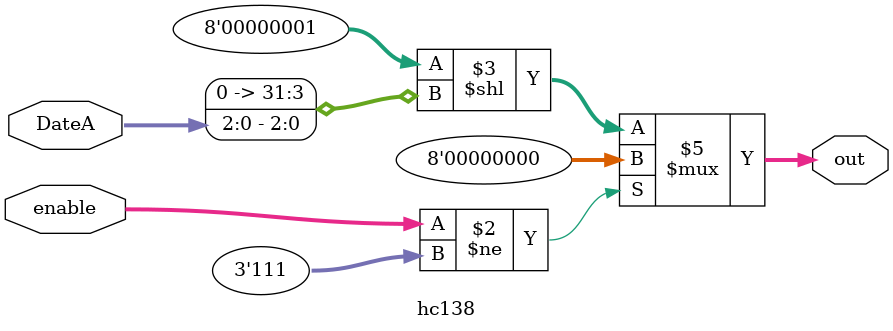
<source format=v>


module hc138( enable, DateA, out );
input [2:0]enable;
input [2:0]DateA;

output reg [7:0]out;
integer I;

always @(enable or DateA )

begin
    if(enable!=3'b111)
    begin
    out=8'b00000000;
    end
    else
    begin
    I=DateA;
    out=8'b00000001<<I;
    end

end
endmodule


</source>
